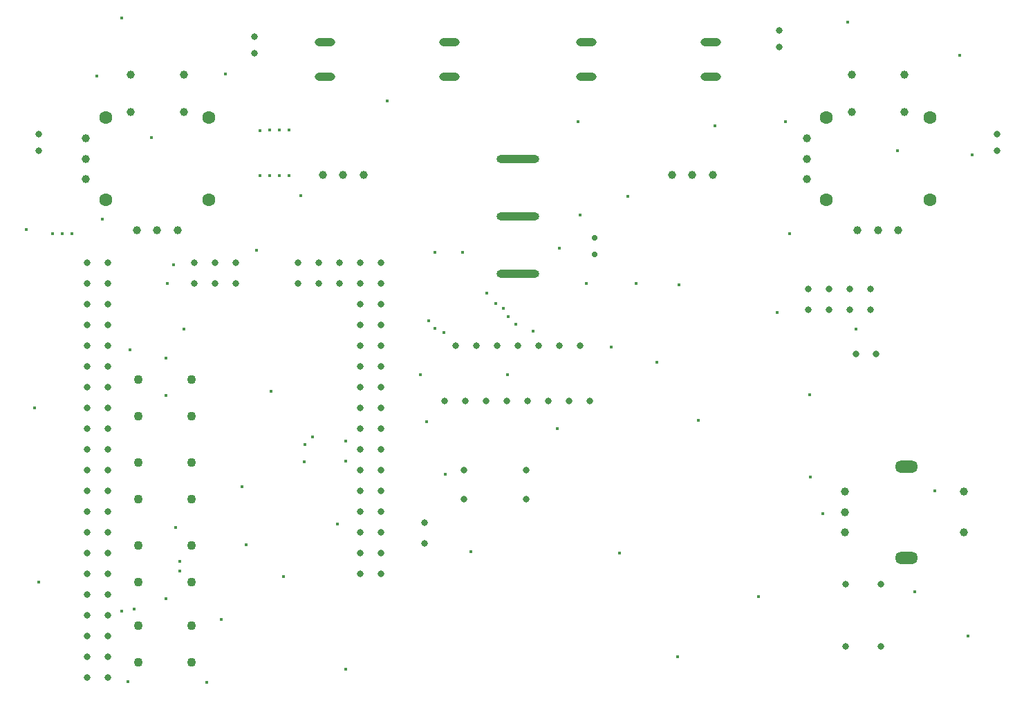
<source format=gbr>
%TF.GenerationSoftware,KiCad,Pcbnew,7.0.8*%
%TF.CreationDate,2025-03-16T00:57:46-04:00*%
%TF.ProjectId,RCTransmitterAecertRobotics,52435472-616e-4736-9d69-747465724165,V1.02*%
%TF.SameCoordinates,Original*%
%TF.FileFunction,Plated,1,2,PTH,Mixed*%
%TF.FilePolarity,Positive*%
%FSLAX46Y46*%
G04 Gerber Fmt 4.6, Leading zero omitted, Abs format (unit mm)*
G04 Created by KiCad (PCBNEW 7.0.8) date 2025-03-16 00:57:46*
%MOMM*%
%LPD*%
G01*
G04 APERTURE LIST*
%TA.AperFunction,ViaDrill*%
%ADD10C,0.400000*%
%TD*%
%TA.AperFunction,ComponentDrill*%
%ADD11C,0.700000*%
%TD*%
%TA.AperFunction,ComponentDrill*%
%ADD12C,0.800000*%
%TD*%
%TA.AperFunction,ComponentDrill*%
%ADD13C,1.000000*%
%TD*%
G04 aperture for slot hole*
%TA.AperFunction,ComponentDrill*%
%ADD14O,2.500000X1.000000*%
%TD*%
G04 aperture for slot hole*
%TA.AperFunction,ComponentDrill*%
%ADD15O,5.250000X1.000000*%
%TD*%
%TA.AperFunction,ComponentDrill*%
%ADD16C,1.100000*%
%TD*%
G04 aperture for slot hole*
%TA.AperFunction,ComponentDrill*%
%ADD17O,2.800000X1.500000*%
%TD*%
%TA.AperFunction,ComponentDrill*%
%ADD18C,1.600000*%
%TD*%
G04 APERTURE END LIST*
D10*
X80772000Y-84836000D03*
X81788000Y-106680000D03*
X82296000Y-128016000D03*
X84060994Y-85344000D03*
X85185497Y-85344000D03*
X86360000Y-85344000D03*
X89408000Y-66040000D03*
X90125693Y-83521693D03*
X92456000Y-58928000D03*
X92456000Y-131572000D03*
X93218000Y-140208000D03*
X93472000Y-99568000D03*
X93974276Y-131266266D03*
X96092572Y-73528443D03*
X97889000Y-100584000D03*
X97889000Y-105156000D03*
X97889000Y-130048000D03*
X98044000Y-91440000D03*
X98806000Y-89154000D03*
X99060000Y-121271285D03*
X99568000Y-125476000D03*
X99597535Y-126650131D03*
X100076000Y-97028000D03*
X102929041Y-140295973D03*
X104648000Y-132588000D03*
X105156000Y-65786000D03*
X107188000Y-116332000D03*
X107696000Y-123444000D03*
X109012500Y-87376000D03*
X109410996Y-78231539D03*
X109411038Y-72654093D03*
X110585497Y-72644000D03*
X110585498Y-78233248D03*
X110744000Y-104648000D03*
X111760000Y-72644000D03*
X111760000Y-78232000D03*
X112268000Y-127329500D03*
X112934503Y-78232000D03*
X112938728Y-72644000D03*
X114427000Y-80645000D03*
X114808000Y-113284000D03*
X114900688Y-111159312D03*
X115824000Y-110236000D03*
X118872000Y-120904000D03*
X119888000Y-110726888D03*
X119888000Y-113135479D03*
X119888000Y-138684000D03*
X124968000Y-69088000D03*
X129032000Y-102616000D03*
X129820556Y-108337148D03*
X130048000Y-96012000D03*
X130850000Y-87590000D03*
X130872180Y-96945918D03*
X131951976Y-97407976D03*
X132080000Y-114808000D03*
X134199500Y-87590000D03*
X135200919Y-124257127D03*
X137160000Y-92622500D03*
X138251968Y-93870873D03*
X139192000Y-94488000D03*
X139700000Y-102616000D03*
X139809127Y-95428032D03*
X140750331Y-96369500D03*
X142902968Y-97251592D03*
X145796000Y-109220000D03*
X146050000Y-87122000D03*
X148336000Y-71628000D03*
X148634307Y-83013693D03*
X149352000Y-91440000D03*
X152408340Y-99168500D03*
X153416000Y-124460000D03*
X154432000Y-80772000D03*
X155448000Y-91440000D03*
X157988000Y-101092000D03*
X160528000Y-137160000D03*
X160689312Y-91601312D03*
X163068000Y-108204000D03*
X165100000Y-72136000D03*
X170434000Y-129794000D03*
X172720000Y-94996000D03*
X173736000Y-71628000D03*
X174244000Y-85344000D03*
X176691312Y-105063312D03*
X176812349Y-115149500D03*
X178308000Y-119634000D03*
X181356000Y-59436000D03*
X182372000Y-97028000D03*
X187452000Y-75184000D03*
X189594180Y-129195269D03*
X192024000Y-116840000D03*
X195072000Y-63500000D03*
X196088000Y-134620000D03*
X196596000Y-75692000D03*
D11*
%TO.C,Battery1*%
X150368000Y-85852000D03*
X150368000Y-87852000D03*
D12*
%TO.C,Bumper2*%
X82296000Y-73152000D03*
X82296000Y-75184000D03*
%TO.C,Arduino_Mega_Pro1*%
X88265000Y-88900000D03*
X88265000Y-91440000D03*
X88265000Y-93980000D03*
X88265000Y-96520000D03*
X88265000Y-99060000D03*
X88265000Y-101600000D03*
X88265000Y-104140000D03*
X88265000Y-106680000D03*
X88265000Y-109220000D03*
X88265000Y-111760000D03*
X88265000Y-114300000D03*
X88265000Y-116840000D03*
X88265000Y-119380000D03*
X88265000Y-121920000D03*
X88265000Y-124460000D03*
X88265000Y-127000000D03*
X88265000Y-129540000D03*
X88265000Y-132080000D03*
X88265000Y-134620000D03*
X88265000Y-137160000D03*
X88265000Y-139700000D03*
X90805000Y-88900000D03*
X90805000Y-91440000D03*
X90805000Y-93980000D03*
X90805000Y-96520000D03*
X90805000Y-99060000D03*
X90805000Y-101600000D03*
X90805000Y-104140000D03*
X90805000Y-106680000D03*
X90805000Y-109220000D03*
X90805000Y-111760000D03*
X90805000Y-114300000D03*
X90805000Y-116840000D03*
X90805000Y-119380000D03*
X90805000Y-121920000D03*
X90805000Y-124460000D03*
X90805000Y-127000000D03*
X90805000Y-129540000D03*
X90805000Y-132080000D03*
X90805000Y-134620000D03*
X90805000Y-137160000D03*
X90805000Y-139700000D03*
X101400000Y-88900000D03*
X101400000Y-91440000D03*
X103940000Y-88900000D03*
X103940000Y-91440000D03*
X106480000Y-88900000D03*
X106480000Y-91440000D03*
%TO.C,Bumper1*%
X108712000Y-61214000D03*
X108712000Y-63246000D03*
%TO.C,Arduino_Mega_Pro1*%
X114100000Y-88900000D03*
X114100000Y-91440000D03*
X116640000Y-88900000D03*
X116640000Y-91440000D03*
X119180000Y-88900000D03*
X119180000Y-91440000D03*
X121720000Y-88900000D03*
X121720000Y-91440000D03*
X121720000Y-93980000D03*
X121720000Y-96520000D03*
X121720000Y-99060000D03*
X121720000Y-101600000D03*
X121720000Y-104140000D03*
X121720000Y-106680000D03*
X121720000Y-109220000D03*
X121720000Y-111760000D03*
X121720000Y-114300000D03*
X121720000Y-116840000D03*
X121720000Y-119380000D03*
X121720000Y-121920000D03*
X121720000Y-124460000D03*
X121720000Y-127000000D03*
X124260000Y-88900000D03*
X124260000Y-91440000D03*
X124260000Y-93980000D03*
X124260000Y-96520000D03*
X124260000Y-99060000D03*
X124260000Y-101600000D03*
X124260000Y-104140000D03*
X124260000Y-106680000D03*
X124260000Y-109220000D03*
X124260000Y-111760000D03*
X124260000Y-114300000D03*
X124260000Y-116840000D03*
X124260000Y-119380000D03*
X124260000Y-121920000D03*
X124260000Y-124460000D03*
X124260000Y-127000000D03*
%TO.C,C2*%
X129540000Y-120714888D03*
X129540000Y-123214888D03*
%TO.C,Gyroscope1*%
X132009454Y-105816523D03*
%TO.C,OLED_LCD_Display1*%
X133350000Y-99060000D03*
%TO.C,R1*%
X134366000Y-114300000D03*
%TO.C,R2*%
X134366000Y-117856000D03*
%TO.C,Gyroscope1*%
X134549454Y-105816523D03*
%TO.C,OLED_LCD_Display1*%
X135890000Y-99060000D03*
%TO.C,Gyroscope1*%
X137089454Y-105816523D03*
%TO.C,OLED_LCD_Display1*%
X138430000Y-99060000D03*
%TO.C,Gyroscope1*%
X139629454Y-105816523D03*
%TO.C,OLED_LCD_Display1*%
X140970000Y-99060000D03*
%TO.C,R1*%
X141986000Y-114300000D03*
%TO.C,R2*%
X141986000Y-117856000D03*
%TO.C,Gyroscope1*%
X142169454Y-105816523D03*
%TO.C,OLED_LCD_Display1*%
X143510000Y-99060000D03*
%TO.C,Gyroscope1*%
X144709454Y-105816523D03*
%TO.C,OLED_LCD_Display1*%
X146050000Y-99060000D03*
%TO.C,Gyroscope1*%
X147249454Y-105816523D03*
%TO.C,OLED_LCD_Display1*%
X148590000Y-99060000D03*
%TO.C,Gyroscope1*%
X149789454Y-105816523D03*
%TO.C,Bumper3*%
X172974000Y-60452000D03*
X172974000Y-62484000D03*
%TO.C,NRF24L01+PA+LNA1*%
X176530000Y-92075000D03*
X176530000Y-94615000D03*
X179070000Y-92075000D03*
X179070000Y-94615000D03*
%TO.C,R4*%
X181102000Y-128270000D03*
X181102000Y-135890000D03*
%TO.C,NRF24L01+PA+LNA1*%
X181610000Y-92075000D03*
X181610000Y-94615000D03*
%TO.C,C1*%
X182372000Y-100076000D03*
%TO.C,NRF24L01+PA+LNA1*%
X184150000Y-92075000D03*
X184150000Y-94615000D03*
%TO.C,C1*%
X184872000Y-100076000D03*
%TO.C,R3*%
X185420000Y-128270000D03*
X185420000Y-135890000D03*
%TO.C,Bumper4*%
X199644000Y-73152000D03*
X199644000Y-75184000D03*
D13*
%TO.C,Joystick1*%
X88105000Y-73620000D03*
X88105000Y-76120000D03*
X88105000Y-78620000D03*
X93585000Y-65870000D03*
X93585000Y-70370000D03*
X94335000Y-84850000D03*
X96835000Y-84850000D03*
X99335000Y-84850000D03*
X100085000Y-65870000D03*
X100085000Y-70370000D03*
%TO.C,Pot1*%
X117100000Y-78090000D03*
D14*
%TO.C,Toggle1*%
X117348000Y-61872000D03*
X117348000Y-66072000D03*
D13*
%TO.C,Pot1*%
X119600000Y-78090000D03*
X122100000Y-78090000D03*
D14*
%TO.C,Toggle2*%
X132588000Y-61872000D03*
X132588000Y-66072000D03*
D15*
%TO.C,PowerSwitch1*%
X140970000Y-76200000D03*
X140970000Y-83200000D03*
X140970000Y-90200000D03*
D14*
%TO.C,Toggle3*%
X149352000Y-61872000D03*
X149352000Y-66072000D03*
D13*
%TO.C,Pot2*%
X159840000Y-78090000D03*
X162340000Y-78090000D03*
D14*
%TO.C,Toggle4*%
X164592000Y-61872000D03*
X164592000Y-66072000D03*
D13*
%TO.C,Pot2*%
X164840000Y-78090000D03*
%TO.C,Joystick2*%
X176375000Y-73620000D03*
X176375000Y-76120000D03*
X176375000Y-78620000D03*
%TO.C,Rotary_Encoder1*%
X181080000Y-116920000D03*
X181080000Y-119420000D03*
X181080000Y-121920000D03*
%TO.C,Joystick2*%
X181855000Y-65870000D03*
X181855000Y-70370000D03*
X182605000Y-84850000D03*
X185105000Y-84850000D03*
X187605000Y-84850000D03*
X188355000Y-65870000D03*
X188355000Y-70370000D03*
%TO.C,Rotary_Encoder1*%
X195580000Y-116920000D03*
X195580000Y-121920000D03*
D16*
%TO.C,Button1*%
X94540000Y-103160000D03*
X94540000Y-107660000D03*
%TO.C,Button2*%
X94540000Y-113320000D03*
X94540000Y-117820000D03*
%TO.C,Button3*%
X94540000Y-123480000D03*
X94540000Y-127980000D03*
%TO.C,Button4*%
X94540000Y-133300000D03*
X94540000Y-137800000D03*
%TO.C,Button1*%
X101040000Y-103160000D03*
X101040000Y-107660000D03*
%TO.C,Button2*%
X101040000Y-113320000D03*
X101040000Y-117820000D03*
%TO.C,Button3*%
X101040000Y-123480000D03*
X101040000Y-127980000D03*
%TO.C,Button4*%
X101040000Y-133300000D03*
X101040000Y-137800000D03*
D17*
%TO.C,Rotary_Encoder1*%
X188580000Y-113820000D03*
X188580000Y-125020000D03*
D18*
%TO.C,Joystick1*%
X90510000Y-71120000D03*
X90510000Y-81120000D03*
X103160000Y-71120000D03*
X103160000Y-81120000D03*
%TO.C,Joystick2*%
X178780000Y-71120000D03*
X178780000Y-81120000D03*
X191430000Y-71120000D03*
X191430000Y-81120000D03*
M02*

</source>
